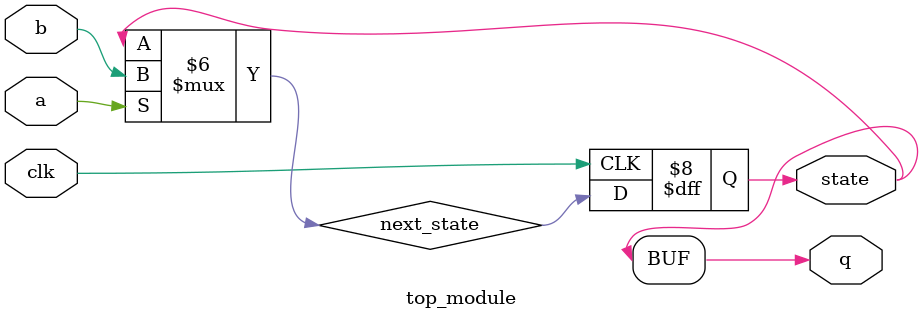
<source format=sv>
module top_module (
    input clk,
    input a,
    input b,
    output reg q,
    output reg state
);

    reg next_state;

    always @(posedge clk) begin
        state <= next_state;  // Update state on rising edge of clk
    end

    always @(*) begin
        // Determine next state based on inputs a and b
        if (a == 1'b1) begin
            next_state = b;
        end else begin
            next_state = state;
        end
    end

    always @(*) begin
        q = state;  // `q` is the current state
    end

endmodule

</source>
